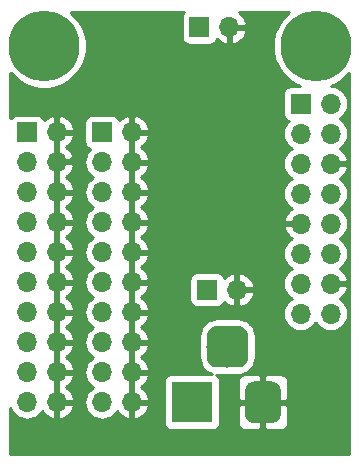
<source format=gbr>
G04 #@! TF.GenerationSoftware,KiCad,Pcbnew,(5.1.0)-1*
G04 #@! TF.CreationDate,2019-05-06T16:05:47+08:00*
G04 #@! TF.ProjectId,rpi0_extern_board,72706930-5f65-4787-9465-726e5f626f61,rev?*
G04 #@! TF.SameCoordinates,Original*
G04 #@! TF.FileFunction,Copper,L2,Bot*
G04 #@! TF.FilePolarity,Positive*
%FSLAX46Y46*%
G04 Gerber Fmt 4.6, Leading zero omitted, Abs format (unit mm)*
G04 Created by KiCad (PCBNEW (5.1.0)-1) date 2019-05-06 16:05:47*
%MOMM*%
%LPD*%
G04 APERTURE LIST*
%ADD10C,0.100000*%
%ADD11C,3.500000*%
%ADD12C,3.000000*%
%ADD13R,3.500000X3.500000*%
%ADD14O,1.700000X1.700000*%
%ADD15R,1.700000X1.700000*%
%ADD16C,6.000000*%
%ADD17C,0.800000*%
%ADD18C,0.508000*%
%ADD19C,0.254000*%
G04 APERTURE END LIST*
D10*
G36*
X115720765Y-78009213D02*
G01*
X115805704Y-78021813D01*
X115888999Y-78042677D01*
X115969848Y-78071605D01*
X116047472Y-78108319D01*
X116121124Y-78152464D01*
X116190094Y-78203616D01*
X116253718Y-78261282D01*
X116311384Y-78324906D01*
X116362536Y-78393876D01*
X116406681Y-78467528D01*
X116443395Y-78545152D01*
X116472323Y-78626001D01*
X116493187Y-78709296D01*
X116505787Y-78794235D01*
X116510000Y-78880000D01*
X116510000Y-80630000D01*
X116505787Y-80715765D01*
X116493187Y-80800704D01*
X116472323Y-80883999D01*
X116443395Y-80964848D01*
X116406681Y-81042472D01*
X116362536Y-81116124D01*
X116311384Y-81185094D01*
X116253718Y-81248718D01*
X116190094Y-81306384D01*
X116121124Y-81357536D01*
X116047472Y-81401681D01*
X115969848Y-81438395D01*
X115888999Y-81467323D01*
X115805704Y-81488187D01*
X115720765Y-81500787D01*
X115635000Y-81505000D01*
X113885000Y-81505000D01*
X113799235Y-81500787D01*
X113714296Y-81488187D01*
X113631001Y-81467323D01*
X113550152Y-81438395D01*
X113472528Y-81401681D01*
X113398876Y-81357536D01*
X113329906Y-81306384D01*
X113266282Y-81248718D01*
X113208616Y-81185094D01*
X113157464Y-81116124D01*
X113113319Y-81042472D01*
X113076605Y-80964848D01*
X113047677Y-80883999D01*
X113026813Y-80800704D01*
X113014213Y-80715765D01*
X113010000Y-80630000D01*
X113010000Y-78880000D01*
X113014213Y-78794235D01*
X113026813Y-78709296D01*
X113047677Y-78626001D01*
X113076605Y-78545152D01*
X113113319Y-78467528D01*
X113157464Y-78393876D01*
X113208616Y-78324906D01*
X113266282Y-78261282D01*
X113329906Y-78203616D01*
X113398876Y-78152464D01*
X113472528Y-78108319D01*
X113550152Y-78071605D01*
X113631001Y-78042677D01*
X113714296Y-78021813D01*
X113799235Y-78009213D01*
X113885000Y-78005000D01*
X115635000Y-78005000D01*
X115720765Y-78009213D01*
X115720765Y-78009213D01*
G37*
D11*
X114760000Y-79755000D03*
D10*
G36*
X118583513Y-82708611D02*
G01*
X118656318Y-82719411D01*
X118727714Y-82737295D01*
X118797013Y-82762090D01*
X118863548Y-82793559D01*
X118926678Y-82831398D01*
X118985795Y-82875242D01*
X119040330Y-82924670D01*
X119089758Y-82979205D01*
X119133602Y-83038322D01*
X119171441Y-83101452D01*
X119202910Y-83167987D01*
X119227705Y-83237286D01*
X119245589Y-83308682D01*
X119256389Y-83381487D01*
X119260000Y-83455000D01*
X119260000Y-85455000D01*
X119256389Y-85528513D01*
X119245589Y-85601318D01*
X119227705Y-85672714D01*
X119202910Y-85742013D01*
X119171441Y-85808548D01*
X119133602Y-85871678D01*
X119089758Y-85930795D01*
X119040330Y-85985330D01*
X118985795Y-86034758D01*
X118926678Y-86078602D01*
X118863548Y-86116441D01*
X118797013Y-86147910D01*
X118727714Y-86172705D01*
X118656318Y-86190589D01*
X118583513Y-86201389D01*
X118510000Y-86205000D01*
X117010000Y-86205000D01*
X116936487Y-86201389D01*
X116863682Y-86190589D01*
X116792286Y-86172705D01*
X116722987Y-86147910D01*
X116656452Y-86116441D01*
X116593322Y-86078602D01*
X116534205Y-86034758D01*
X116479670Y-85985330D01*
X116430242Y-85930795D01*
X116386398Y-85871678D01*
X116348559Y-85808548D01*
X116317090Y-85742013D01*
X116292295Y-85672714D01*
X116274411Y-85601318D01*
X116263611Y-85528513D01*
X116260000Y-85455000D01*
X116260000Y-83455000D01*
X116263611Y-83381487D01*
X116274411Y-83308682D01*
X116292295Y-83237286D01*
X116317090Y-83167987D01*
X116348559Y-83101452D01*
X116386398Y-83038322D01*
X116430242Y-82979205D01*
X116479670Y-82924670D01*
X116534205Y-82875242D01*
X116593322Y-82831398D01*
X116656452Y-82793559D01*
X116722987Y-82762090D01*
X116792286Y-82737295D01*
X116863682Y-82719411D01*
X116936487Y-82708611D01*
X117010000Y-82705000D01*
X118510000Y-82705000D01*
X118583513Y-82708611D01*
X118583513Y-82708611D01*
G37*
D12*
X117760000Y-84455000D03*
D13*
X111760000Y-84455000D03*
D14*
X106680000Y-84455000D03*
X104140000Y-84455000D03*
X106680000Y-81915000D03*
X104140000Y-81915000D03*
X106680000Y-79375000D03*
X104140000Y-79375000D03*
X106680000Y-76835000D03*
X104140000Y-76835000D03*
X106680000Y-74295000D03*
X104140000Y-74295000D03*
X106680000Y-71755000D03*
X104140000Y-71755000D03*
X106680000Y-69215000D03*
X104140000Y-69215000D03*
X106680000Y-66675000D03*
X104140000Y-66675000D03*
X106680000Y-64135000D03*
X104140000Y-64135000D03*
X106680000Y-61595000D03*
D15*
X104140000Y-61595000D03*
D14*
X100330000Y-84455000D03*
X97790000Y-84455000D03*
X100330000Y-81915000D03*
X97790000Y-81915000D03*
X100330000Y-79375000D03*
X97790000Y-79375000D03*
X100330000Y-76835000D03*
X97790000Y-76835000D03*
X100330000Y-74295000D03*
X97790000Y-74295000D03*
X100330000Y-71755000D03*
X97790000Y-71755000D03*
X100330000Y-69215000D03*
X97790000Y-69215000D03*
X100330000Y-66675000D03*
X97790000Y-66675000D03*
X100330000Y-64135000D03*
X97790000Y-64135000D03*
X100330000Y-61595000D03*
D15*
X97790000Y-61595000D03*
D14*
X123500000Y-76950000D03*
X120960000Y-76950000D03*
X123500000Y-74410000D03*
X120960000Y-74410000D03*
X123500000Y-71870000D03*
X120960000Y-71870000D03*
X123500000Y-69330000D03*
X120960000Y-69330000D03*
X123500000Y-66790000D03*
X120960000Y-66790000D03*
X123500000Y-64250000D03*
X120960000Y-64250000D03*
X123500000Y-61710000D03*
X120960000Y-61710000D03*
X123500000Y-59170000D03*
D15*
X120960000Y-59170000D03*
X112395000Y-52705000D03*
D14*
X114935000Y-52705000D03*
D15*
X113030000Y-74930000D03*
D14*
X115570000Y-74930000D03*
D16*
X99230000Y-54300000D03*
X122230000Y-54300000D03*
D17*
X118110000Y-63500000D03*
D18*
X100330000Y-64135000D02*
X101532081Y-64135000D01*
X101532081Y-64135000D02*
X101858540Y-63808541D01*
D19*
G36*
X111014463Y-51500506D02*
G01*
X110955498Y-51610820D01*
X110919188Y-51730518D01*
X110906928Y-51855000D01*
X110906928Y-53555000D01*
X110919188Y-53679482D01*
X110955498Y-53799180D01*
X111014463Y-53909494D01*
X111093815Y-54006185D01*
X111190506Y-54085537D01*
X111300820Y-54144502D01*
X111420518Y-54180812D01*
X111545000Y-54193072D01*
X113245000Y-54193072D01*
X113369482Y-54180812D01*
X113489180Y-54144502D01*
X113599494Y-54085537D01*
X113696185Y-54006185D01*
X113775537Y-53909494D01*
X113834502Y-53799180D01*
X113858966Y-53718534D01*
X113934731Y-53802588D01*
X114168080Y-53976641D01*
X114430901Y-54101825D01*
X114578110Y-54146476D01*
X114808000Y-54025155D01*
X114808000Y-52832000D01*
X115062000Y-52832000D01*
X115062000Y-54025155D01*
X115291890Y-54146476D01*
X115439099Y-54101825D01*
X115701920Y-53976641D01*
X115935269Y-53802588D01*
X116130178Y-53586355D01*
X116279157Y-53336252D01*
X116376481Y-53061891D01*
X116255814Y-52832000D01*
X115062000Y-52832000D01*
X114808000Y-52832000D01*
X114788000Y-52832000D01*
X114788000Y-52578000D01*
X114808000Y-52578000D01*
X114808000Y-52558000D01*
X115062000Y-52558000D01*
X115062000Y-52578000D01*
X116255814Y-52578000D01*
X116376481Y-52348109D01*
X116279157Y-52073748D01*
X116130178Y-51823645D01*
X115935269Y-51607412D01*
X115737637Y-51460000D01*
X119937533Y-51460000D01*
X119912823Y-51476511D01*
X119406511Y-51982823D01*
X119008705Y-52578182D01*
X118734691Y-53239710D01*
X118595000Y-53941984D01*
X118595000Y-54658016D01*
X118734691Y-55360290D01*
X119008705Y-56021818D01*
X119406511Y-56617177D01*
X119912823Y-57123489D01*
X120508182Y-57521295D01*
X120895984Y-57681928D01*
X120110000Y-57681928D01*
X119985518Y-57694188D01*
X119865820Y-57730498D01*
X119755506Y-57789463D01*
X119658815Y-57868815D01*
X119579463Y-57965506D01*
X119520498Y-58075820D01*
X119484188Y-58195518D01*
X119471928Y-58320000D01*
X119471928Y-60020000D01*
X119484188Y-60144482D01*
X119520498Y-60264180D01*
X119579463Y-60374494D01*
X119658815Y-60471185D01*
X119755506Y-60550537D01*
X119865820Y-60609502D01*
X119934687Y-60630393D01*
X119904866Y-60654866D01*
X119719294Y-60880986D01*
X119581401Y-61138966D01*
X119496487Y-61418889D01*
X119467815Y-61710000D01*
X119496487Y-62001111D01*
X119581401Y-62281034D01*
X119719294Y-62539014D01*
X119904866Y-62765134D01*
X120130986Y-62950706D01*
X120185791Y-62980000D01*
X120130986Y-63009294D01*
X119904866Y-63194866D01*
X119719294Y-63420986D01*
X119581401Y-63678966D01*
X119496487Y-63958889D01*
X119467815Y-64250000D01*
X119496487Y-64541111D01*
X119581401Y-64821034D01*
X119719294Y-65079014D01*
X119904866Y-65305134D01*
X120130986Y-65490706D01*
X120185791Y-65520000D01*
X120130986Y-65549294D01*
X119904866Y-65734866D01*
X119719294Y-65960986D01*
X119581401Y-66218966D01*
X119496487Y-66498889D01*
X119467815Y-66790000D01*
X119496487Y-67081111D01*
X119581401Y-67361034D01*
X119719294Y-67619014D01*
X119904866Y-67845134D01*
X120130986Y-68030706D01*
X120195523Y-68065201D01*
X120078645Y-68134822D01*
X119862412Y-68329731D01*
X119688359Y-68563080D01*
X119563175Y-68825901D01*
X119518524Y-68973110D01*
X119639845Y-69203000D01*
X120833000Y-69203000D01*
X120833000Y-69183000D01*
X121087000Y-69183000D01*
X121087000Y-69203000D01*
X121107000Y-69203000D01*
X121107000Y-69457000D01*
X121087000Y-69457000D01*
X121087000Y-69477000D01*
X120833000Y-69477000D01*
X120833000Y-69457000D01*
X119639845Y-69457000D01*
X119518524Y-69686890D01*
X119563175Y-69834099D01*
X119688359Y-70096920D01*
X119862412Y-70330269D01*
X120078645Y-70525178D01*
X120195523Y-70594799D01*
X120130986Y-70629294D01*
X119904866Y-70814866D01*
X119719294Y-71040986D01*
X119581401Y-71298966D01*
X119496487Y-71578889D01*
X119467815Y-71870000D01*
X119496487Y-72161111D01*
X119581401Y-72441034D01*
X119719294Y-72699014D01*
X119904866Y-72925134D01*
X120130986Y-73110706D01*
X120185791Y-73140000D01*
X120130986Y-73169294D01*
X119904866Y-73354866D01*
X119719294Y-73580986D01*
X119581401Y-73838966D01*
X119496487Y-74118889D01*
X119467815Y-74410000D01*
X119496487Y-74701111D01*
X119581401Y-74981034D01*
X119719294Y-75239014D01*
X119904866Y-75465134D01*
X120130986Y-75650706D01*
X120185791Y-75680000D01*
X120130986Y-75709294D01*
X119904866Y-75894866D01*
X119719294Y-76120986D01*
X119581401Y-76378966D01*
X119496487Y-76658889D01*
X119467815Y-76950000D01*
X119496487Y-77241111D01*
X119581401Y-77521034D01*
X119719294Y-77779014D01*
X119904866Y-78005134D01*
X120130986Y-78190706D01*
X120388966Y-78328599D01*
X120668889Y-78413513D01*
X120887050Y-78435000D01*
X121032950Y-78435000D01*
X121251111Y-78413513D01*
X121531034Y-78328599D01*
X121789014Y-78190706D01*
X122015134Y-78005134D01*
X122200706Y-77779014D01*
X122230000Y-77724209D01*
X122259294Y-77779014D01*
X122444866Y-78005134D01*
X122670986Y-78190706D01*
X122928966Y-78328599D01*
X123208889Y-78413513D01*
X123427050Y-78435000D01*
X123572950Y-78435000D01*
X123791111Y-78413513D01*
X124071034Y-78328599D01*
X124329014Y-78190706D01*
X124555134Y-78005134D01*
X124740706Y-77779014D01*
X124878599Y-77521034D01*
X124963513Y-77241111D01*
X124992185Y-76950000D01*
X124963513Y-76658889D01*
X124878599Y-76378966D01*
X124740706Y-76120986D01*
X124555134Y-75894866D01*
X124329014Y-75709294D01*
X124264477Y-75674799D01*
X124381355Y-75605178D01*
X124597588Y-75410269D01*
X124771641Y-75176920D01*
X124896825Y-74914099D01*
X124941476Y-74766890D01*
X124820155Y-74537000D01*
X123627000Y-74537000D01*
X123627000Y-74557000D01*
X123373000Y-74557000D01*
X123373000Y-74537000D01*
X123353000Y-74537000D01*
X123353000Y-74283000D01*
X123373000Y-74283000D01*
X123373000Y-74263000D01*
X123627000Y-74263000D01*
X123627000Y-74283000D01*
X124820155Y-74283000D01*
X124941476Y-74053110D01*
X124896825Y-73905901D01*
X124771641Y-73643080D01*
X124597588Y-73409731D01*
X124381355Y-73214822D01*
X124264477Y-73145201D01*
X124329014Y-73110706D01*
X124555134Y-72925134D01*
X124740706Y-72699014D01*
X124878599Y-72441034D01*
X124963513Y-72161111D01*
X124992185Y-71870000D01*
X124963513Y-71578889D01*
X124878599Y-71298966D01*
X124740706Y-71040986D01*
X124555134Y-70814866D01*
X124329014Y-70629294D01*
X124274209Y-70600000D01*
X124329014Y-70570706D01*
X124555134Y-70385134D01*
X124740706Y-70159014D01*
X124878599Y-69901034D01*
X124963513Y-69621111D01*
X124992185Y-69330000D01*
X124963513Y-69038889D01*
X124878599Y-68758966D01*
X124740706Y-68500986D01*
X124555134Y-68274866D01*
X124329014Y-68089294D01*
X124274209Y-68060000D01*
X124329014Y-68030706D01*
X124555134Y-67845134D01*
X124740706Y-67619014D01*
X124878599Y-67361034D01*
X124963513Y-67081111D01*
X124992185Y-66790000D01*
X124963513Y-66498889D01*
X124878599Y-66218966D01*
X124740706Y-65960986D01*
X124555134Y-65734866D01*
X124329014Y-65549294D01*
X124264477Y-65514799D01*
X124381355Y-65445178D01*
X124597588Y-65250269D01*
X124771641Y-65016920D01*
X124896825Y-64754099D01*
X124941476Y-64606890D01*
X124820155Y-64377000D01*
X123627000Y-64377000D01*
X123627000Y-64397000D01*
X123373000Y-64397000D01*
X123373000Y-64377000D01*
X123353000Y-64377000D01*
X123353000Y-64123000D01*
X123373000Y-64123000D01*
X123373000Y-64103000D01*
X123627000Y-64103000D01*
X123627000Y-64123000D01*
X124820155Y-64123000D01*
X124941476Y-63893110D01*
X124896825Y-63745901D01*
X124771641Y-63483080D01*
X124597588Y-63249731D01*
X124381355Y-63054822D01*
X124264477Y-62985201D01*
X124329014Y-62950706D01*
X124555134Y-62765134D01*
X124740706Y-62539014D01*
X124878599Y-62281034D01*
X124963513Y-62001111D01*
X124992185Y-61710000D01*
X124963513Y-61418889D01*
X124878599Y-61138966D01*
X124740706Y-60880986D01*
X124555134Y-60654866D01*
X124329014Y-60469294D01*
X124274209Y-60440000D01*
X124329014Y-60410706D01*
X124555134Y-60225134D01*
X124740706Y-59999014D01*
X124878599Y-59741034D01*
X124963513Y-59461111D01*
X124992185Y-59170000D01*
X124963513Y-58878889D01*
X124878599Y-58598966D01*
X124740706Y-58340986D01*
X124555134Y-58114866D01*
X124329014Y-57929294D01*
X124071034Y-57791401D01*
X123791111Y-57706487D01*
X123572950Y-57685000D01*
X123556599Y-57685000D01*
X123951818Y-57521295D01*
X124547177Y-57123489D01*
X125053489Y-56617177D01*
X125070001Y-56592465D01*
X125070000Y-87027418D01*
X125070001Y-87027428D01*
X125070000Y-88875000D01*
X96390000Y-88875000D01*
X96390000Y-84955485D01*
X96411401Y-85026034D01*
X96549294Y-85284014D01*
X96734866Y-85510134D01*
X96960986Y-85695706D01*
X97218966Y-85833599D01*
X97498889Y-85918513D01*
X97717050Y-85940000D01*
X97862950Y-85940000D01*
X98081111Y-85918513D01*
X98361034Y-85833599D01*
X98619014Y-85695706D01*
X98845134Y-85510134D01*
X99030706Y-85284014D01*
X99061584Y-85226244D01*
X99232412Y-85455269D01*
X99448645Y-85650178D01*
X99698748Y-85799157D01*
X99973109Y-85896481D01*
X100203000Y-85775814D01*
X100203000Y-84582000D01*
X100457000Y-84582000D01*
X100457000Y-85775814D01*
X100686891Y-85896481D01*
X100961252Y-85799157D01*
X101211355Y-85650178D01*
X101427588Y-85455269D01*
X101601641Y-85221920D01*
X101726825Y-84959099D01*
X101771476Y-84811890D01*
X101650155Y-84582000D01*
X100457000Y-84582000D01*
X100203000Y-84582000D01*
X100183000Y-84582000D01*
X100183000Y-84328000D01*
X100203000Y-84328000D01*
X100203000Y-82042000D01*
X100457000Y-82042000D01*
X100457000Y-84328000D01*
X101650155Y-84328000D01*
X101771476Y-84098110D01*
X101726825Y-83950901D01*
X101601641Y-83688080D01*
X101427588Y-83454731D01*
X101211355Y-83259822D01*
X101085745Y-83185000D01*
X101211355Y-83110178D01*
X101427588Y-82915269D01*
X101601641Y-82681920D01*
X101726825Y-82419099D01*
X101771476Y-82271890D01*
X101650155Y-82042000D01*
X100457000Y-82042000D01*
X100203000Y-82042000D01*
X100183000Y-82042000D01*
X100183000Y-81788000D01*
X100203000Y-81788000D01*
X100203000Y-79502000D01*
X100457000Y-79502000D01*
X100457000Y-81788000D01*
X101650155Y-81788000D01*
X101771476Y-81558110D01*
X101726825Y-81410901D01*
X101601641Y-81148080D01*
X101427588Y-80914731D01*
X101211355Y-80719822D01*
X101085745Y-80645000D01*
X101211355Y-80570178D01*
X101427588Y-80375269D01*
X101601641Y-80141920D01*
X101726825Y-79879099D01*
X101771476Y-79731890D01*
X101650155Y-79502000D01*
X100457000Y-79502000D01*
X100203000Y-79502000D01*
X100183000Y-79502000D01*
X100183000Y-79248000D01*
X100203000Y-79248000D01*
X100203000Y-76962000D01*
X100457000Y-76962000D01*
X100457000Y-79248000D01*
X101650155Y-79248000D01*
X101771476Y-79018110D01*
X101726825Y-78870901D01*
X101601641Y-78608080D01*
X101427588Y-78374731D01*
X101211355Y-78179822D01*
X101085745Y-78105000D01*
X101211355Y-78030178D01*
X101427588Y-77835269D01*
X101601641Y-77601920D01*
X101726825Y-77339099D01*
X101771476Y-77191890D01*
X101650155Y-76962000D01*
X100457000Y-76962000D01*
X100203000Y-76962000D01*
X100183000Y-76962000D01*
X100183000Y-76708000D01*
X100203000Y-76708000D01*
X100203000Y-74422000D01*
X100457000Y-74422000D01*
X100457000Y-76708000D01*
X101650155Y-76708000D01*
X101771476Y-76478110D01*
X101726825Y-76330901D01*
X101601641Y-76068080D01*
X101427588Y-75834731D01*
X101211355Y-75639822D01*
X101085745Y-75565000D01*
X101211355Y-75490178D01*
X101427588Y-75295269D01*
X101601641Y-75061920D01*
X101726825Y-74799099D01*
X101771476Y-74651890D01*
X101650155Y-74422000D01*
X100457000Y-74422000D01*
X100203000Y-74422000D01*
X100183000Y-74422000D01*
X100183000Y-74168000D01*
X100203000Y-74168000D01*
X100203000Y-71882000D01*
X100457000Y-71882000D01*
X100457000Y-74168000D01*
X101650155Y-74168000D01*
X101771476Y-73938110D01*
X101726825Y-73790901D01*
X101601641Y-73528080D01*
X101427588Y-73294731D01*
X101211355Y-73099822D01*
X101085745Y-73025000D01*
X101211355Y-72950178D01*
X101427588Y-72755269D01*
X101601641Y-72521920D01*
X101726825Y-72259099D01*
X101771476Y-72111890D01*
X101650155Y-71882000D01*
X100457000Y-71882000D01*
X100203000Y-71882000D01*
X100183000Y-71882000D01*
X100183000Y-71628000D01*
X100203000Y-71628000D01*
X100203000Y-69342000D01*
X100457000Y-69342000D01*
X100457000Y-71628000D01*
X101650155Y-71628000D01*
X101771476Y-71398110D01*
X101726825Y-71250901D01*
X101601641Y-70988080D01*
X101427588Y-70754731D01*
X101211355Y-70559822D01*
X101085745Y-70485000D01*
X101211355Y-70410178D01*
X101427588Y-70215269D01*
X101601641Y-69981920D01*
X101726825Y-69719099D01*
X101771476Y-69571890D01*
X101650155Y-69342000D01*
X100457000Y-69342000D01*
X100203000Y-69342000D01*
X100183000Y-69342000D01*
X100183000Y-69088000D01*
X100203000Y-69088000D01*
X100203000Y-66802000D01*
X100457000Y-66802000D01*
X100457000Y-69088000D01*
X101650155Y-69088000D01*
X101771476Y-68858110D01*
X101726825Y-68710901D01*
X101601641Y-68448080D01*
X101427588Y-68214731D01*
X101211355Y-68019822D01*
X101085745Y-67945000D01*
X101211355Y-67870178D01*
X101427588Y-67675269D01*
X101601641Y-67441920D01*
X101726825Y-67179099D01*
X101771476Y-67031890D01*
X101650155Y-66802000D01*
X100457000Y-66802000D01*
X100203000Y-66802000D01*
X100183000Y-66802000D01*
X100183000Y-66548000D01*
X100203000Y-66548000D01*
X100203000Y-64262000D01*
X100183000Y-64262000D01*
X100183000Y-64008000D01*
X100203000Y-64008000D01*
X100203000Y-61722000D01*
X100457000Y-61722000D01*
X100457000Y-64008000D01*
X100477000Y-64008000D01*
X100477000Y-64262000D01*
X100457000Y-64262000D01*
X100457000Y-66548000D01*
X101650155Y-66548000D01*
X101771476Y-66318110D01*
X101726825Y-66170901D01*
X101601641Y-65908080D01*
X101427588Y-65674731D01*
X101211355Y-65479822D01*
X101085745Y-65405000D01*
X101211355Y-65330178D01*
X101427588Y-65135269D01*
X101601641Y-64901920D01*
X101726825Y-64639099D01*
X101771476Y-64491890D01*
X101650156Y-64262002D01*
X101815000Y-64262002D01*
X101815000Y-64135000D01*
X102647815Y-64135000D01*
X102676487Y-64426111D01*
X102761401Y-64706034D01*
X102899294Y-64964014D01*
X103084866Y-65190134D01*
X103310986Y-65375706D01*
X103365791Y-65405000D01*
X103310986Y-65434294D01*
X103084866Y-65619866D01*
X102899294Y-65845986D01*
X102761401Y-66103966D01*
X102676487Y-66383889D01*
X102647815Y-66675000D01*
X102676487Y-66966111D01*
X102761401Y-67246034D01*
X102899294Y-67504014D01*
X103084866Y-67730134D01*
X103310986Y-67915706D01*
X103365791Y-67945000D01*
X103310986Y-67974294D01*
X103084866Y-68159866D01*
X102899294Y-68385986D01*
X102761401Y-68643966D01*
X102676487Y-68923889D01*
X102647815Y-69215000D01*
X102676487Y-69506111D01*
X102761401Y-69786034D01*
X102899294Y-70044014D01*
X103084866Y-70270134D01*
X103310986Y-70455706D01*
X103365791Y-70485000D01*
X103310986Y-70514294D01*
X103084866Y-70699866D01*
X102899294Y-70925986D01*
X102761401Y-71183966D01*
X102676487Y-71463889D01*
X102647815Y-71755000D01*
X102676487Y-72046111D01*
X102761401Y-72326034D01*
X102899294Y-72584014D01*
X103084866Y-72810134D01*
X103310986Y-72995706D01*
X103365791Y-73025000D01*
X103310986Y-73054294D01*
X103084866Y-73239866D01*
X102899294Y-73465986D01*
X102761401Y-73723966D01*
X102676487Y-74003889D01*
X102647815Y-74295000D01*
X102676487Y-74586111D01*
X102761401Y-74866034D01*
X102899294Y-75124014D01*
X103084866Y-75350134D01*
X103310986Y-75535706D01*
X103365791Y-75565000D01*
X103310986Y-75594294D01*
X103084866Y-75779866D01*
X102899294Y-76005986D01*
X102761401Y-76263966D01*
X102676487Y-76543889D01*
X102647815Y-76835000D01*
X102676487Y-77126111D01*
X102761401Y-77406034D01*
X102899294Y-77664014D01*
X103084866Y-77890134D01*
X103310986Y-78075706D01*
X103365791Y-78105000D01*
X103310986Y-78134294D01*
X103084866Y-78319866D01*
X102899294Y-78545986D01*
X102761401Y-78803966D01*
X102676487Y-79083889D01*
X102647815Y-79375000D01*
X102676487Y-79666111D01*
X102761401Y-79946034D01*
X102899294Y-80204014D01*
X103084866Y-80430134D01*
X103310986Y-80615706D01*
X103365791Y-80645000D01*
X103310986Y-80674294D01*
X103084866Y-80859866D01*
X102899294Y-81085986D01*
X102761401Y-81343966D01*
X102676487Y-81623889D01*
X102647815Y-81915000D01*
X102676487Y-82206111D01*
X102761401Y-82486034D01*
X102899294Y-82744014D01*
X103084866Y-82970134D01*
X103310986Y-83155706D01*
X103365791Y-83185000D01*
X103310986Y-83214294D01*
X103084866Y-83399866D01*
X102899294Y-83625986D01*
X102761401Y-83883966D01*
X102676487Y-84163889D01*
X102647815Y-84455000D01*
X102676487Y-84746111D01*
X102761401Y-85026034D01*
X102899294Y-85284014D01*
X103084866Y-85510134D01*
X103310986Y-85695706D01*
X103568966Y-85833599D01*
X103848889Y-85918513D01*
X104067050Y-85940000D01*
X104212950Y-85940000D01*
X104431111Y-85918513D01*
X104711034Y-85833599D01*
X104969014Y-85695706D01*
X105195134Y-85510134D01*
X105380706Y-85284014D01*
X105411584Y-85226244D01*
X105582412Y-85455269D01*
X105798645Y-85650178D01*
X106048748Y-85799157D01*
X106323109Y-85896481D01*
X106553000Y-85775814D01*
X106553000Y-84582000D01*
X106807000Y-84582000D01*
X106807000Y-85775814D01*
X107036891Y-85896481D01*
X107311252Y-85799157D01*
X107561355Y-85650178D01*
X107777588Y-85455269D01*
X107951641Y-85221920D01*
X108076825Y-84959099D01*
X108121476Y-84811890D01*
X108000155Y-84582000D01*
X106807000Y-84582000D01*
X106553000Y-84582000D01*
X106533000Y-84582000D01*
X106533000Y-84328000D01*
X106553000Y-84328000D01*
X106553000Y-82042000D01*
X106807000Y-82042000D01*
X106807000Y-84328000D01*
X108000155Y-84328000D01*
X108121476Y-84098110D01*
X108076825Y-83950901D01*
X107951641Y-83688080D01*
X107777588Y-83454731D01*
X107561355Y-83259822D01*
X107435745Y-83185000D01*
X107561355Y-83110178D01*
X107777588Y-82915269D01*
X107934425Y-82705000D01*
X109371928Y-82705000D01*
X109371928Y-86205000D01*
X109384188Y-86329482D01*
X109420498Y-86449180D01*
X109479463Y-86559494D01*
X109558815Y-86656185D01*
X109655506Y-86735537D01*
X109765820Y-86794502D01*
X109885518Y-86830812D01*
X110010000Y-86843072D01*
X113510000Y-86843072D01*
X113634482Y-86830812D01*
X113754180Y-86794502D01*
X113864494Y-86735537D01*
X113961185Y-86656185D01*
X114040537Y-86559494D01*
X114099502Y-86449180D01*
X114135812Y-86329482D01*
X114148072Y-86205000D01*
X115621928Y-86205000D01*
X115634188Y-86329482D01*
X115670498Y-86449180D01*
X115729463Y-86559494D01*
X115808815Y-86656185D01*
X115905506Y-86735537D01*
X116015820Y-86794502D01*
X116135518Y-86830812D01*
X116260000Y-86843072D01*
X117474250Y-86840000D01*
X117633000Y-86681250D01*
X117633000Y-84582000D01*
X117887000Y-84582000D01*
X117887000Y-86681250D01*
X118045750Y-86840000D01*
X119260000Y-86843072D01*
X119384482Y-86830812D01*
X119504180Y-86794502D01*
X119614494Y-86735537D01*
X119711185Y-86656185D01*
X119790537Y-86559494D01*
X119849502Y-86449180D01*
X119885812Y-86329482D01*
X119898072Y-86205000D01*
X119895000Y-84740750D01*
X119736250Y-84582000D01*
X117887000Y-84582000D01*
X117633000Y-84582000D01*
X115783750Y-84582000D01*
X115625000Y-84740750D01*
X115621928Y-86205000D01*
X114148072Y-86205000D01*
X114148072Y-82705000D01*
X115621928Y-82705000D01*
X115625000Y-84169250D01*
X115783750Y-84328000D01*
X117633000Y-84328000D01*
X117633000Y-82228750D01*
X117887000Y-82228750D01*
X117887000Y-84328000D01*
X119736250Y-84328000D01*
X119895000Y-84169250D01*
X119898072Y-82705000D01*
X119885812Y-82580518D01*
X119849502Y-82460820D01*
X119790537Y-82350506D01*
X119711185Y-82253815D01*
X119614494Y-82174463D01*
X119504180Y-82115498D01*
X119384482Y-82079188D01*
X119260000Y-82066928D01*
X118045750Y-82070000D01*
X117887000Y-82228750D01*
X117633000Y-82228750D01*
X117474250Y-82070000D01*
X116260000Y-82066928D01*
X116135518Y-82079188D01*
X116015820Y-82115498D01*
X115905506Y-82174463D01*
X115808815Y-82253815D01*
X115729463Y-82350506D01*
X115670498Y-82460820D01*
X115634188Y-82580518D01*
X115621928Y-82705000D01*
X114148072Y-82705000D01*
X114135812Y-82580518D01*
X114099502Y-82460820D01*
X114040537Y-82350506D01*
X113961185Y-82253815D01*
X113864494Y-82174463D01*
X113787869Y-82133506D01*
X113885000Y-82143072D01*
X115635000Y-82143072D01*
X115930186Y-82113999D01*
X116214028Y-82027896D01*
X116475618Y-81888073D01*
X116704903Y-81699903D01*
X116893073Y-81470618D01*
X117032896Y-81209028D01*
X117118999Y-80925186D01*
X117148072Y-80630000D01*
X117148072Y-78880000D01*
X117118999Y-78584814D01*
X117032896Y-78300972D01*
X116893073Y-78039382D01*
X116704903Y-77810097D01*
X116475618Y-77621927D01*
X116214028Y-77482104D01*
X115930186Y-77396001D01*
X115635000Y-77366928D01*
X113885000Y-77366928D01*
X113589814Y-77396001D01*
X113305972Y-77482104D01*
X113044382Y-77621927D01*
X112815097Y-77810097D01*
X112626927Y-78039382D01*
X112487104Y-78300972D01*
X112401001Y-78584814D01*
X112371928Y-78880000D01*
X112371928Y-80630000D01*
X112401001Y-80925186D01*
X112487104Y-81209028D01*
X112626927Y-81470618D01*
X112815097Y-81699903D01*
X113044382Y-81888073D01*
X113305972Y-82027896D01*
X113434643Y-82066928D01*
X110010000Y-82066928D01*
X109885518Y-82079188D01*
X109765820Y-82115498D01*
X109655506Y-82174463D01*
X109558815Y-82253815D01*
X109479463Y-82350506D01*
X109420498Y-82460820D01*
X109384188Y-82580518D01*
X109371928Y-82705000D01*
X107934425Y-82705000D01*
X107951641Y-82681920D01*
X108076825Y-82419099D01*
X108121476Y-82271890D01*
X108000155Y-82042000D01*
X106807000Y-82042000D01*
X106553000Y-82042000D01*
X106533000Y-82042000D01*
X106533000Y-81788000D01*
X106553000Y-81788000D01*
X106553000Y-79502000D01*
X106807000Y-79502000D01*
X106807000Y-81788000D01*
X108000155Y-81788000D01*
X108121476Y-81558110D01*
X108076825Y-81410901D01*
X107951641Y-81148080D01*
X107777588Y-80914731D01*
X107561355Y-80719822D01*
X107435745Y-80645000D01*
X107561355Y-80570178D01*
X107777588Y-80375269D01*
X107951641Y-80141920D01*
X108076825Y-79879099D01*
X108121476Y-79731890D01*
X108000155Y-79502000D01*
X106807000Y-79502000D01*
X106553000Y-79502000D01*
X106533000Y-79502000D01*
X106533000Y-79248000D01*
X106553000Y-79248000D01*
X106553000Y-76962000D01*
X106807000Y-76962000D01*
X106807000Y-79248000D01*
X108000155Y-79248000D01*
X108121476Y-79018110D01*
X108076825Y-78870901D01*
X107951641Y-78608080D01*
X107777588Y-78374731D01*
X107561355Y-78179822D01*
X107435745Y-78105000D01*
X107561355Y-78030178D01*
X107777588Y-77835269D01*
X107951641Y-77601920D01*
X108076825Y-77339099D01*
X108121476Y-77191890D01*
X108000155Y-76962000D01*
X106807000Y-76962000D01*
X106553000Y-76962000D01*
X106533000Y-76962000D01*
X106533000Y-76708000D01*
X106553000Y-76708000D01*
X106553000Y-74422000D01*
X106807000Y-74422000D01*
X106807000Y-76708000D01*
X108000155Y-76708000D01*
X108121476Y-76478110D01*
X108076825Y-76330901D01*
X107951641Y-76068080D01*
X107777588Y-75834731D01*
X107561355Y-75639822D01*
X107435745Y-75565000D01*
X107561355Y-75490178D01*
X107777588Y-75295269D01*
X107951641Y-75061920D01*
X108076825Y-74799099D01*
X108121476Y-74651890D01*
X108000155Y-74422000D01*
X106807000Y-74422000D01*
X106553000Y-74422000D01*
X106533000Y-74422000D01*
X106533000Y-74168000D01*
X106553000Y-74168000D01*
X106553000Y-71882000D01*
X106807000Y-71882000D01*
X106807000Y-74168000D01*
X108000155Y-74168000D01*
X108046595Y-74080000D01*
X111541928Y-74080000D01*
X111541928Y-75780000D01*
X111554188Y-75904482D01*
X111590498Y-76024180D01*
X111649463Y-76134494D01*
X111728815Y-76231185D01*
X111825506Y-76310537D01*
X111935820Y-76369502D01*
X112055518Y-76405812D01*
X112180000Y-76418072D01*
X113880000Y-76418072D01*
X114004482Y-76405812D01*
X114124180Y-76369502D01*
X114234494Y-76310537D01*
X114331185Y-76231185D01*
X114410537Y-76134494D01*
X114469502Y-76024180D01*
X114493966Y-75943534D01*
X114569731Y-76027588D01*
X114803080Y-76201641D01*
X115065901Y-76326825D01*
X115213110Y-76371476D01*
X115443000Y-76250155D01*
X115443000Y-75057000D01*
X115697000Y-75057000D01*
X115697000Y-76250155D01*
X115926890Y-76371476D01*
X116074099Y-76326825D01*
X116336920Y-76201641D01*
X116570269Y-76027588D01*
X116765178Y-75811355D01*
X116914157Y-75561252D01*
X117011481Y-75286891D01*
X116890814Y-75057000D01*
X115697000Y-75057000D01*
X115443000Y-75057000D01*
X115423000Y-75057000D01*
X115423000Y-74803000D01*
X115443000Y-74803000D01*
X115443000Y-73609845D01*
X115697000Y-73609845D01*
X115697000Y-74803000D01*
X116890814Y-74803000D01*
X117011481Y-74573109D01*
X116914157Y-74298748D01*
X116765178Y-74048645D01*
X116570269Y-73832412D01*
X116336920Y-73658359D01*
X116074099Y-73533175D01*
X115926890Y-73488524D01*
X115697000Y-73609845D01*
X115443000Y-73609845D01*
X115213110Y-73488524D01*
X115065901Y-73533175D01*
X114803080Y-73658359D01*
X114569731Y-73832412D01*
X114493966Y-73916466D01*
X114469502Y-73835820D01*
X114410537Y-73725506D01*
X114331185Y-73628815D01*
X114234494Y-73549463D01*
X114124180Y-73490498D01*
X114004482Y-73454188D01*
X113880000Y-73441928D01*
X112180000Y-73441928D01*
X112055518Y-73454188D01*
X111935820Y-73490498D01*
X111825506Y-73549463D01*
X111728815Y-73628815D01*
X111649463Y-73725506D01*
X111590498Y-73835820D01*
X111554188Y-73955518D01*
X111541928Y-74080000D01*
X108046595Y-74080000D01*
X108121476Y-73938110D01*
X108076825Y-73790901D01*
X107951641Y-73528080D01*
X107777588Y-73294731D01*
X107561355Y-73099822D01*
X107435745Y-73025000D01*
X107561355Y-72950178D01*
X107777588Y-72755269D01*
X107951641Y-72521920D01*
X108076825Y-72259099D01*
X108121476Y-72111890D01*
X108000155Y-71882000D01*
X106807000Y-71882000D01*
X106553000Y-71882000D01*
X106533000Y-71882000D01*
X106533000Y-71628000D01*
X106553000Y-71628000D01*
X106553000Y-69342000D01*
X106807000Y-69342000D01*
X106807000Y-71628000D01*
X108000155Y-71628000D01*
X108121476Y-71398110D01*
X108076825Y-71250901D01*
X107951641Y-70988080D01*
X107777588Y-70754731D01*
X107561355Y-70559822D01*
X107435745Y-70485000D01*
X107561355Y-70410178D01*
X107777588Y-70215269D01*
X107951641Y-69981920D01*
X108076825Y-69719099D01*
X108121476Y-69571890D01*
X108000155Y-69342000D01*
X106807000Y-69342000D01*
X106553000Y-69342000D01*
X106533000Y-69342000D01*
X106533000Y-69088000D01*
X106553000Y-69088000D01*
X106553000Y-66802000D01*
X106807000Y-66802000D01*
X106807000Y-69088000D01*
X108000155Y-69088000D01*
X108121476Y-68858110D01*
X108076825Y-68710901D01*
X107951641Y-68448080D01*
X107777588Y-68214731D01*
X107561355Y-68019822D01*
X107435745Y-67945000D01*
X107561355Y-67870178D01*
X107777588Y-67675269D01*
X107951641Y-67441920D01*
X108076825Y-67179099D01*
X108121476Y-67031890D01*
X108000155Y-66802000D01*
X106807000Y-66802000D01*
X106553000Y-66802000D01*
X106533000Y-66802000D01*
X106533000Y-66548000D01*
X106553000Y-66548000D01*
X106553000Y-64262000D01*
X106807000Y-64262000D01*
X106807000Y-66548000D01*
X108000155Y-66548000D01*
X108121476Y-66318110D01*
X108076825Y-66170901D01*
X107951641Y-65908080D01*
X107777588Y-65674731D01*
X107561355Y-65479822D01*
X107435745Y-65405000D01*
X107561355Y-65330178D01*
X107777588Y-65135269D01*
X107951641Y-64901920D01*
X108076825Y-64639099D01*
X108121476Y-64491890D01*
X108000155Y-64262000D01*
X106807000Y-64262000D01*
X106553000Y-64262000D01*
X106533000Y-64262000D01*
X106533000Y-64008000D01*
X106553000Y-64008000D01*
X106553000Y-61722000D01*
X106807000Y-61722000D01*
X106807000Y-64008000D01*
X108000155Y-64008000D01*
X108121476Y-63778110D01*
X108076825Y-63630901D01*
X107951641Y-63368080D01*
X107777588Y-63134731D01*
X107561355Y-62939822D01*
X107435745Y-62865000D01*
X107561355Y-62790178D01*
X107777588Y-62595269D01*
X107951641Y-62361920D01*
X108076825Y-62099099D01*
X108121476Y-61951890D01*
X108000155Y-61722000D01*
X106807000Y-61722000D01*
X106553000Y-61722000D01*
X106533000Y-61722000D01*
X106533000Y-61468000D01*
X106553000Y-61468000D01*
X106553000Y-60274186D01*
X106807000Y-60274186D01*
X106807000Y-61468000D01*
X108000155Y-61468000D01*
X108121476Y-61238110D01*
X108076825Y-61090901D01*
X107951641Y-60828080D01*
X107777588Y-60594731D01*
X107561355Y-60399822D01*
X107311252Y-60250843D01*
X107036891Y-60153519D01*
X106807000Y-60274186D01*
X106553000Y-60274186D01*
X106323109Y-60153519D01*
X106048748Y-60250843D01*
X105798645Y-60399822D01*
X105602498Y-60576626D01*
X105579502Y-60500820D01*
X105520537Y-60390506D01*
X105441185Y-60293815D01*
X105344494Y-60214463D01*
X105234180Y-60155498D01*
X105114482Y-60119188D01*
X104990000Y-60106928D01*
X103290000Y-60106928D01*
X103165518Y-60119188D01*
X103045820Y-60155498D01*
X102935506Y-60214463D01*
X102838815Y-60293815D01*
X102759463Y-60390506D01*
X102700498Y-60500820D01*
X102664188Y-60620518D01*
X102651928Y-60745000D01*
X102651928Y-62445000D01*
X102664188Y-62569482D01*
X102700498Y-62689180D01*
X102759463Y-62799494D01*
X102838815Y-62896185D01*
X102935506Y-62975537D01*
X103045820Y-63034502D01*
X103114687Y-63055393D01*
X103084866Y-63079866D01*
X102899294Y-63305986D01*
X102761401Y-63563966D01*
X102676487Y-63843889D01*
X102647815Y-64135000D01*
X101815000Y-64135000D01*
X101815000Y-64007998D01*
X101650156Y-64007998D01*
X101771476Y-63778110D01*
X101726825Y-63630901D01*
X101601641Y-63368080D01*
X101427588Y-63134731D01*
X101211355Y-62939822D01*
X101085745Y-62865000D01*
X101211355Y-62790178D01*
X101427588Y-62595269D01*
X101601641Y-62361920D01*
X101726825Y-62099099D01*
X101771476Y-61951890D01*
X101650155Y-61722000D01*
X100457000Y-61722000D01*
X100203000Y-61722000D01*
X100183000Y-61722000D01*
X100183000Y-61468000D01*
X100203000Y-61468000D01*
X100203000Y-60274186D01*
X100457000Y-60274186D01*
X100457000Y-61468000D01*
X101650155Y-61468000D01*
X101771476Y-61238110D01*
X101726825Y-61090901D01*
X101601641Y-60828080D01*
X101427588Y-60594731D01*
X101211355Y-60399822D01*
X100961252Y-60250843D01*
X100686891Y-60153519D01*
X100457000Y-60274186D01*
X100203000Y-60274186D01*
X99973109Y-60153519D01*
X99698748Y-60250843D01*
X99448645Y-60399822D01*
X99252498Y-60576626D01*
X99229502Y-60500820D01*
X99170537Y-60390506D01*
X99091185Y-60293815D01*
X98994494Y-60214463D01*
X98884180Y-60155498D01*
X98764482Y-60119188D01*
X98640000Y-60106928D01*
X96940000Y-60106928D01*
X96815518Y-60119188D01*
X96695820Y-60155498D01*
X96585506Y-60214463D01*
X96488815Y-60293815D01*
X96409463Y-60390506D01*
X96390000Y-60426918D01*
X96390000Y-56592467D01*
X96406511Y-56617177D01*
X96912823Y-57123489D01*
X97508182Y-57521295D01*
X98169710Y-57795309D01*
X98871984Y-57935000D01*
X99588016Y-57935000D01*
X100290290Y-57795309D01*
X100951818Y-57521295D01*
X101547177Y-57123489D01*
X102053489Y-56617177D01*
X102451295Y-56021818D01*
X102725309Y-55360290D01*
X102865000Y-54658016D01*
X102865000Y-53941984D01*
X102725309Y-53239710D01*
X102451295Y-52578182D01*
X102053489Y-51982823D01*
X101547177Y-51476511D01*
X101522467Y-51460000D01*
X111047705Y-51460000D01*
X111014463Y-51500506D01*
X111014463Y-51500506D01*
G37*
X111014463Y-51500506D02*
X110955498Y-51610820D01*
X110919188Y-51730518D01*
X110906928Y-51855000D01*
X110906928Y-53555000D01*
X110919188Y-53679482D01*
X110955498Y-53799180D01*
X111014463Y-53909494D01*
X111093815Y-54006185D01*
X111190506Y-54085537D01*
X111300820Y-54144502D01*
X111420518Y-54180812D01*
X111545000Y-54193072D01*
X113245000Y-54193072D01*
X113369482Y-54180812D01*
X113489180Y-54144502D01*
X113599494Y-54085537D01*
X113696185Y-54006185D01*
X113775537Y-53909494D01*
X113834502Y-53799180D01*
X113858966Y-53718534D01*
X113934731Y-53802588D01*
X114168080Y-53976641D01*
X114430901Y-54101825D01*
X114578110Y-54146476D01*
X114808000Y-54025155D01*
X114808000Y-52832000D01*
X115062000Y-52832000D01*
X115062000Y-54025155D01*
X115291890Y-54146476D01*
X115439099Y-54101825D01*
X115701920Y-53976641D01*
X115935269Y-53802588D01*
X116130178Y-53586355D01*
X116279157Y-53336252D01*
X116376481Y-53061891D01*
X116255814Y-52832000D01*
X115062000Y-52832000D01*
X114808000Y-52832000D01*
X114788000Y-52832000D01*
X114788000Y-52578000D01*
X114808000Y-52578000D01*
X114808000Y-52558000D01*
X115062000Y-52558000D01*
X115062000Y-52578000D01*
X116255814Y-52578000D01*
X116376481Y-52348109D01*
X116279157Y-52073748D01*
X116130178Y-51823645D01*
X115935269Y-51607412D01*
X115737637Y-51460000D01*
X119937533Y-51460000D01*
X119912823Y-51476511D01*
X119406511Y-51982823D01*
X119008705Y-52578182D01*
X118734691Y-53239710D01*
X118595000Y-53941984D01*
X118595000Y-54658016D01*
X118734691Y-55360290D01*
X119008705Y-56021818D01*
X119406511Y-56617177D01*
X119912823Y-57123489D01*
X120508182Y-57521295D01*
X120895984Y-57681928D01*
X120110000Y-57681928D01*
X119985518Y-57694188D01*
X119865820Y-57730498D01*
X119755506Y-57789463D01*
X119658815Y-57868815D01*
X119579463Y-57965506D01*
X119520498Y-58075820D01*
X119484188Y-58195518D01*
X119471928Y-58320000D01*
X119471928Y-60020000D01*
X119484188Y-60144482D01*
X119520498Y-60264180D01*
X119579463Y-60374494D01*
X119658815Y-60471185D01*
X119755506Y-60550537D01*
X119865820Y-60609502D01*
X119934687Y-60630393D01*
X119904866Y-60654866D01*
X119719294Y-60880986D01*
X119581401Y-61138966D01*
X119496487Y-61418889D01*
X119467815Y-61710000D01*
X119496487Y-62001111D01*
X119581401Y-62281034D01*
X119719294Y-62539014D01*
X119904866Y-62765134D01*
X120130986Y-62950706D01*
X120185791Y-62980000D01*
X120130986Y-63009294D01*
X119904866Y-63194866D01*
X119719294Y-63420986D01*
X119581401Y-63678966D01*
X119496487Y-63958889D01*
X119467815Y-64250000D01*
X119496487Y-64541111D01*
X119581401Y-64821034D01*
X119719294Y-65079014D01*
X119904866Y-65305134D01*
X120130986Y-65490706D01*
X120185791Y-65520000D01*
X120130986Y-65549294D01*
X119904866Y-65734866D01*
X119719294Y-65960986D01*
X119581401Y-66218966D01*
X119496487Y-66498889D01*
X119467815Y-66790000D01*
X119496487Y-67081111D01*
X119581401Y-67361034D01*
X119719294Y-67619014D01*
X119904866Y-67845134D01*
X120130986Y-68030706D01*
X120195523Y-68065201D01*
X120078645Y-68134822D01*
X119862412Y-68329731D01*
X119688359Y-68563080D01*
X119563175Y-68825901D01*
X119518524Y-68973110D01*
X119639845Y-69203000D01*
X120833000Y-69203000D01*
X120833000Y-69183000D01*
X121087000Y-69183000D01*
X121087000Y-69203000D01*
X121107000Y-69203000D01*
X121107000Y-69457000D01*
X121087000Y-69457000D01*
X121087000Y-69477000D01*
X120833000Y-69477000D01*
X120833000Y-69457000D01*
X119639845Y-69457000D01*
X119518524Y-69686890D01*
X119563175Y-69834099D01*
X119688359Y-70096920D01*
X119862412Y-70330269D01*
X120078645Y-70525178D01*
X120195523Y-70594799D01*
X120130986Y-70629294D01*
X119904866Y-70814866D01*
X119719294Y-71040986D01*
X119581401Y-71298966D01*
X119496487Y-71578889D01*
X119467815Y-71870000D01*
X119496487Y-72161111D01*
X119581401Y-72441034D01*
X119719294Y-72699014D01*
X119904866Y-72925134D01*
X120130986Y-73110706D01*
X120185791Y-73140000D01*
X120130986Y-73169294D01*
X119904866Y-73354866D01*
X119719294Y-73580986D01*
X119581401Y-73838966D01*
X119496487Y-74118889D01*
X119467815Y-74410000D01*
X119496487Y-74701111D01*
X119581401Y-74981034D01*
X119719294Y-75239014D01*
X119904866Y-75465134D01*
X120130986Y-75650706D01*
X120185791Y-75680000D01*
X120130986Y-75709294D01*
X119904866Y-75894866D01*
X119719294Y-76120986D01*
X119581401Y-76378966D01*
X119496487Y-76658889D01*
X119467815Y-76950000D01*
X119496487Y-77241111D01*
X119581401Y-77521034D01*
X119719294Y-77779014D01*
X119904866Y-78005134D01*
X120130986Y-78190706D01*
X120388966Y-78328599D01*
X120668889Y-78413513D01*
X120887050Y-78435000D01*
X121032950Y-78435000D01*
X121251111Y-78413513D01*
X121531034Y-78328599D01*
X121789014Y-78190706D01*
X122015134Y-78005134D01*
X122200706Y-77779014D01*
X122230000Y-77724209D01*
X122259294Y-77779014D01*
X122444866Y-78005134D01*
X122670986Y-78190706D01*
X122928966Y-78328599D01*
X123208889Y-78413513D01*
X123427050Y-78435000D01*
X123572950Y-78435000D01*
X123791111Y-78413513D01*
X124071034Y-78328599D01*
X124329014Y-78190706D01*
X124555134Y-78005134D01*
X124740706Y-77779014D01*
X124878599Y-77521034D01*
X124963513Y-77241111D01*
X124992185Y-76950000D01*
X124963513Y-76658889D01*
X124878599Y-76378966D01*
X124740706Y-76120986D01*
X124555134Y-75894866D01*
X124329014Y-75709294D01*
X124264477Y-75674799D01*
X124381355Y-75605178D01*
X124597588Y-75410269D01*
X124771641Y-75176920D01*
X124896825Y-74914099D01*
X124941476Y-74766890D01*
X124820155Y-74537000D01*
X123627000Y-74537000D01*
X123627000Y-74557000D01*
X123373000Y-74557000D01*
X123373000Y-74537000D01*
X123353000Y-74537000D01*
X123353000Y-74283000D01*
X123373000Y-74283000D01*
X123373000Y-74263000D01*
X123627000Y-74263000D01*
X123627000Y-74283000D01*
X124820155Y-74283000D01*
X124941476Y-74053110D01*
X124896825Y-73905901D01*
X124771641Y-73643080D01*
X124597588Y-73409731D01*
X124381355Y-73214822D01*
X124264477Y-73145201D01*
X124329014Y-73110706D01*
X124555134Y-72925134D01*
X124740706Y-72699014D01*
X124878599Y-72441034D01*
X124963513Y-72161111D01*
X124992185Y-71870000D01*
X124963513Y-71578889D01*
X124878599Y-71298966D01*
X124740706Y-71040986D01*
X124555134Y-70814866D01*
X124329014Y-70629294D01*
X124274209Y-70600000D01*
X124329014Y-70570706D01*
X124555134Y-70385134D01*
X124740706Y-70159014D01*
X124878599Y-69901034D01*
X124963513Y-69621111D01*
X124992185Y-69330000D01*
X124963513Y-69038889D01*
X124878599Y-68758966D01*
X124740706Y-68500986D01*
X124555134Y-68274866D01*
X124329014Y-68089294D01*
X124274209Y-68060000D01*
X124329014Y-68030706D01*
X124555134Y-67845134D01*
X124740706Y-67619014D01*
X124878599Y-67361034D01*
X124963513Y-67081111D01*
X124992185Y-66790000D01*
X124963513Y-66498889D01*
X124878599Y-66218966D01*
X124740706Y-65960986D01*
X124555134Y-65734866D01*
X124329014Y-65549294D01*
X124264477Y-65514799D01*
X124381355Y-65445178D01*
X124597588Y-65250269D01*
X124771641Y-65016920D01*
X124896825Y-64754099D01*
X124941476Y-64606890D01*
X124820155Y-64377000D01*
X123627000Y-64377000D01*
X123627000Y-64397000D01*
X123373000Y-64397000D01*
X123373000Y-64377000D01*
X123353000Y-64377000D01*
X123353000Y-64123000D01*
X123373000Y-64123000D01*
X123373000Y-64103000D01*
X123627000Y-64103000D01*
X123627000Y-64123000D01*
X124820155Y-64123000D01*
X124941476Y-63893110D01*
X124896825Y-63745901D01*
X124771641Y-63483080D01*
X124597588Y-63249731D01*
X124381355Y-63054822D01*
X124264477Y-62985201D01*
X124329014Y-62950706D01*
X124555134Y-62765134D01*
X124740706Y-62539014D01*
X124878599Y-62281034D01*
X124963513Y-62001111D01*
X124992185Y-61710000D01*
X124963513Y-61418889D01*
X124878599Y-61138966D01*
X124740706Y-60880986D01*
X124555134Y-60654866D01*
X124329014Y-60469294D01*
X124274209Y-60440000D01*
X124329014Y-60410706D01*
X124555134Y-60225134D01*
X124740706Y-59999014D01*
X124878599Y-59741034D01*
X124963513Y-59461111D01*
X124992185Y-59170000D01*
X124963513Y-58878889D01*
X124878599Y-58598966D01*
X124740706Y-58340986D01*
X124555134Y-58114866D01*
X124329014Y-57929294D01*
X124071034Y-57791401D01*
X123791111Y-57706487D01*
X123572950Y-57685000D01*
X123556599Y-57685000D01*
X123951818Y-57521295D01*
X124547177Y-57123489D01*
X125053489Y-56617177D01*
X125070001Y-56592465D01*
X125070000Y-87027418D01*
X125070001Y-87027428D01*
X125070000Y-88875000D01*
X96390000Y-88875000D01*
X96390000Y-84955485D01*
X96411401Y-85026034D01*
X96549294Y-85284014D01*
X96734866Y-85510134D01*
X96960986Y-85695706D01*
X97218966Y-85833599D01*
X97498889Y-85918513D01*
X97717050Y-85940000D01*
X97862950Y-85940000D01*
X98081111Y-85918513D01*
X98361034Y-85833599D01*
X98619014Y-85695706D01*
X98845134Y-85510134D01*
X99030706Y-85284014D01*
X99061584Y-85226244D01*
X99232412Y-85455269D01*
X99448645Y-85650178D01*
X99698748Y-85799157D01*
X99973109Y-85896481D01*
X100203000Y-85775814D01*
X100203000Y-84582000D01*
X100457000Y-84582000D01*
X100457000Y-85775814D01*
X100686891Y-85896481D01*
X100961252Y-85799157D01*
X101211355Y-85650178D01*
X101427588Y-85455269D01*
X101601641Y-85221920D01*
X101726825Y-84959099D01*
X101771476Y-84811890D01*
X101650155Y-84582000D01*
X100457000Y-84582000D01*
X100203000Y-84582000D01*
X100183000Y-84582000D01*
X100183000Y-84328000D01*
X100203000Y-84328000D01*
X100203000Y-82042000D01*
X100457000Y-82042000D01*
X100457000Y-84328000D01*
X101650155Y-84328000D01*
X101771476Y-84098110D01*
X101726825Y-83950901D01*
X101601641Y-83688080D01*
X101427588Y-83454731D01*
X101211355Y-83259822D01*
X101085745Y-83185000D01*
X101211355Y-83110178D01*
X101427588Y-82915269D01*
X101601641Y-82681920D01*
X101726825Y-82419099D01*
X101771476Y-82271890D01*
X101650155Y-82042000D01*
X100457000Y-82042000D01*
X100203000Y-82042000D01*
X100183000Y-82042000D01*
X100183000Y-81788000D01*
X100203000Y-81788000D01*
X100203000Y-79502000D01*
X100457000Y-79502000D01*
X100457000Y-81788000D01*
X101650155Y-81788000D01*
X101771476Y-81558110D01*
X101726825Y-81410901D01*
X101601641Y-81148080D01*
X101427588Y-80914731D01*
X101211355Y-80719822D01*
X101085745Y-80645000D01*
X101211355Y-80570178D01*
X101427588Y-80375269D01*
X101601641Y-80141920D01*
X101726825Y-79879099D01*
X101771476Y-79731890D01*
X101650155Y-79502000D01*
X100457000Y-79502000D01*
X100203000Y-79502000D01*
X100183000Y-79502000D01*
X100183000Y-79248000D01*
X100203000Y-79248000D01*
X100203000Y-76962000D01*
X100457000Y-76962000D01*
X100457000Y-79248000D01*
X101650155Y-79248000D01*
X101771476Y-79018110D01*
X101726825Y-78870901D01*
X101601641Y-78608080D01*
X101427588Y-78374731D01*
X101211355Y-78179822D01*
X101085745Y-78105000D01*
X101211355Y-78030178D01*
X101427588Y-77835269D01*
X101601641Y-77601920D01*
X101726825Y-77339099D01*
X101771476Y-77191890D01*
X101650155Y-76962000D01*
X100457000Y-76962000D01*
X100203000Y-76962000D01*
X100183000Y-76962000D01*
X100183000Y-76708000D01*
X100203000Y-76708000D01*
X100203000Y-74422000D01*
X100457000Y-74422000D01*
X100457000Y-76708000D01*
X101650155Y-76708000D01*
X101771476Y-76478110D01*
X101726825Y-76330901D01*
X101601641Y-76068080D01*
X101427588Y-75834731D01*
X101211355Y-75639822D01*
X101085745Y-75565000D01*
X101211355Y-75490178D01*
X101427588Y-75295269D01*
X101601641Y-75061920D01*
X101726825Y-74799099D01*
X101771476Y-74651890D01*
X101650155Y-74422000D01*
X100457000Y-74422000D01*
X100203000Y-74422000D01*
X100183000Y-74422000D01*
X100183000Y-74168000D01*
X100203000Y-74168000D01*
X100203000Y-71882000D01*
X100457000Y-71882000D01*
X100457000Y-74168000D01*
X101650155Y-74168000D01*
X101771476Y-73938110D01*
X101726825Y-73790901D01*
X101601641Y-73528080D01*
X101427588Y-73294731D01*
X101211355Y-73099822D01*
X101085745Y-73025000D01*
X101211355Y-72950178D01*
X101427588Y-72755269D01*
X101601641Y-72521920D01*
X101726825Y-72259099D01*
X101771476Y-72111890D01*
X101650155Y-71882000D01*
X100457000Y-71882000D01*
X100203000Y-71882000D01*
X100183000Y-71882000D01*
X100183000Y-71628000D01*
X100203000Y-71628000D01*
X100203000Y-69342000D01*
X100457000Y-69342000D01*
X100457000Y-71628000D01*
X101650155Y-71628000D01*
X101771476Y-71398110D01*
X101726825Y-71250901D01*
X101601641Y-70988080D01*
X101427588Y-70754731D01*
X101211355Y-70559822D01*
X101085745Y-70485000D01*
X101211355Y-70410178D01*
X101427588Y-70215269D01*
X101601641Y-69981920D01*
X101726825Y-69719099D01*
X101771476Y-69571890D01*
X101650155Y-69342000D01*
X100457000Y-69342000D01*
X100203000Y-69342000D01*
X100183000Y-69342000D01*
X100183000Y-69088000D01*
X100203000Y-69088000D01*
X100203000Y-66802000D01*
X100457000Y-66802000D01*
X100457000Y-69088000D01*
X101650155Y-69088000D01*
X101771476Y-68858110D01*
X101726825Y-68710901D01*
X101601641Y-68448080D01*
X101427588Y-68214731D01*
X101211355Y-68019822D01*
X101085745Y-67945000D01*
X101211355Y-67870178D01*
X101427588Y-67675269D01*
X101601641Y-67441920D01*
X101726825Y-67179099D01*
X101771476Y-67031890D01*
X101650155Y-66802000D01*
X100457000Y-66802000D01*
X100203000Y-66802000D01*
X100183000Y-66802000D01*
X100183000Y-66548000D01*
X100203000Y-66548000D01*
X100203000Y-64262000D01*
X100183000Y-64262000D01*
X100183000Y-64008000D01*
X100203000Y-64008000D01*
X100203000Y-61722000D01*
X100457000Y-61722000D01*
X100457000Y-64008000D01*
X100477000Y-64008000D01*
X100477000Y-64262000D01*
X100457000Y-64262000D01*
X100457000Y-66548000D01*
X101650155Y-66548000D01*
X101771476Y-66318110D01*
X101726825Y-66170901D01*
X101601641Y-65908080D01*
X101427588Y-65674731D01*
X101211355Y-65479822D01*
X101085745Y-65405000D01*
X101211355Y-65330178D01*
X101427588Y-65135269D01*
X101601641Y-64901920D01*
X101726825Y-64639099D01*
X101771476Y-64491890D01*
X101650156Y-64262002D01*
X101815000Y-64262002D01*
X101815000Y-64135000D01*
X102647815Y-64135000D01*
X102676487Y-64426111D01*
X102761401Y-64706034D01*
X102899294Y-64964014D01*
X103084866Y-65190134D01*
X103310986Y-65375706D01*
X103365791Y-65405000D01*
X103310986Y-65434294D01*
X103084866Y-65619866D01*
X102899294Y-65845986D01*
X102761401Y-66103966D01*
X102676487Y-66383889D01*
X102647815Y-66675000D01*
X102676487Y-66966111D01*
X102761401Y-67246034D01*
X102899294Y-67504014D01*
X103084866Y-67730134D01*
X103310986Y-67915706D01*
X103365791Y-67945000D01*
X103310986Y-67974294D01*
X103084866Y-68159866D01*
X102899294Y-68385986D01*
X102761401Y-68643966D01*
X102676487Y-68923889D01*
X102647815Y-69215000D01*
X102676487Y-69506111D01*
X102761401Y-69786034D01*
X102899294Y-70044014D01*
X103084866Y-70270134D01*
X103310986Y-70455706D01*
X103365791Y-70485000D01*
X103310986Y-70514294D01*
X103084866Y-70699866D01*
X102899294Y-70925986D01*
X102761401Y-71183966D01*
X102676487Y-71463889D01*
X102647815Y-71755000D01*
X102676487Y-72046111D01*
X102761401Y-72326034D01*
X102899294Y-72584014D01*
X103084866Y-72810134D01*
X103310986Y-72995706D01*
X103365791Y-73025000D01*
X103310986Y-73054294D01*
X103084866Y-73239866D01*
X102899294Y-73465986D01*
X102761401Y-73723966D01*
X102676487Y-74003889D01*
X102647815Y-74295000D01*
X102676487Y-74586111D01*
X102761401Y-74866034D01*
X102899294Y-75124014D01*
X103084866Y-75350134D01*
X103310986Y-75535706D01*
X103365791Y-75565000D01*
X103310986Y-75594294D01*
X103084866Y-75779866D01*
X102899294Y-76005986D01*
X102761401Y-76263966D01*
X102676487Y-76543889D01*
X102647815Y-76835000D01*
X102676487Y-77126111D01*
X102761401Y-77406034D01*
X102899294Y-77664014D01*
X103084866Y-77890134D01*
X103310986Y-78075706D01*
X103365791Y-78105000D01*
X103310986Y-78134294D01*
X103084866Y-78319866D01*
X102899294Y-78545986D01*
X102761401Y-78803966D01*
X102676487Y-79083889D01*
X102647815Y-79375000D01*
X102676487Y-79666111D01*
X102761401Y-79946034D01*
X102899294Y-80204014D01*
X103084866Y-80430134D01*
X103310986Y-80615706D01*
X103365791Y-80645000D01*
X103310986Y-80674294D01*
X103084866Y-80859866D01*
X102899294Y-81085986D01*
X102761401Y-81343966D01*
X102676487Y-81623889D01*
X102647815Y-81915000D01*
X102676487Y-82206111D01*
X102761401Y-82486034D01*
X102899294Y-82744014D01*
X103084866Y-82970134D01*
X103310986Y-83155706D01*
X103365791Y-83185000D01*
X103310986Y-83214294D01*
X103084866Y-83399866D01*
X102899294Y-83625986D01*
X102761401Y-83883966D01*
X102676487Y-84163889D01*
X102647815Y-84455000D01*
X102676487Y-84746111D01*
X102761401Y-85026034D01*
X102899294Y-85284014D01*
X103084866Y-85510134D01*
X103310986Y-85695706D01*
X103568966Y-85833599D01*
X103848889Y-85918513D01*
X104067050Y-85940000D01*
X104212950Y-85940000D01*
X104431111Y-85918513D01*
X104711034Y-85833599D01*
X104969014Y-85695706D01*
X105195134Y-85510134D01*
X105380706Y-85284014D01*
X105411584Y-85226244D01*
X105582412Y-85455269D01*
X105798645Y-85650178D01*
X106048748Y-85799157D01*
X106323109Y-85896481D01*
X106553000Y-85775814D01*
X106553000Y-84582000D01*
X106807000Y-84582000D01*
X106807000Y-85775814D01*
X107036891Y-85896481D01*
X107311252Y-85799157D01*
X107561355Y-85650178D01*
X107777588Y-85455269D01*
X107951641Y-85221920D01*
X108076825Y-84959099D01*
X108121476Y-84811890D01*
X108000155Y-84582000D01*
X106807000Y-84582000D01*
X106553000Y-84582000D01*
X106533000Y-84582000D01*
X106533000Y-84328000D01*
X106553000Y-84328000D01*
X106553000Y-82042000D01*
X106807000Y-82042000D01*
X106807000Y-84328000D01*
X108000155Y-84328000D01*
X108121476Y-84098110D01*
X108076825Y-83950901D01*
X107951641Y-83688080D01*
X107777588Y-83454731D01*
X107561355Y-83259822D01*
X107435745Y-83185000D01*
X107561355Y-83110178D01*
X107777588Y-82915269D01*
X107934425Y-82705000D01*
X109371928Y-82705000D01*
X109371928Y-86205000D01*
X109384188Y-86329482D01*
X109420498Y-86449180D01*
X109479463Y-86559494D01*
X109558815Y-86656185D01*
X109655506Y-86735537D01*
X109765820Y-86794502D01*
X109885518Y-86830812D01*
X110010000Y-86843072D01*
X113510000Y-86843072D01*
X113634482Y-86830812D01*
X113754180Y-86794502D01*
X113864494Y-86735537D01*
X113961185Y-86656185D01*
X114040537Y-86559494D01*
X114099502Y-86449180D01*
X114135812Y-86329482D01*
X114148072Y-86205000D01*
X115621928Y-86205000D01*
X115634188Y-86329482D01*
X115670498Y-86449180D01*
X115729463Y-86559494D01*
X115808815Y-86656185D01*
X115905506Y-86735537D01*
X116015820Y-86794502D01*
X116135518Y-86830812D01*
X116260000Y-86843072D01*
X117474250Y-86840000D01*
X117633000Y-86681250D01*
X117633000Y-84582000D01*
X117887000Y-84582000D01*
X117887000Y-86681250D01*
X118045750Y-86840000D01*
X119260000Y-86843072D01*
X119384482Y-86830812D01*
X119504180Y-86794502D01*
X119614494Y-86735537D01*
X119711185Y-86656185D01*
X119790537Y-86559494D01*
X119849502Y-86449180D01*
X119885812Y-86329482D01*
X119898072Y-86205000D01*
X119895000Y-84740750D01*
X119736250Y-84582000D01*
X117887000Y-84582000D01*
X117633000Y-84582000D01*
X115783750Y-84582000D01*
X115625000Y-84740750D01*
X115621928Y-86205000D01*
X114148072Y-86205000D01*
X114148072Y-82705000D01*
X115621928Y-82705000D01*
X115625000Y-84169250D01*
X115783750Y-84328000D01*
X117633000Y-84328000D01*
X117633000Y-82228750D01*
X117887000Y-82228750D01*
X117887000Y-84328000D01*
X119736250Y-84328000D01*
X119895000Y-84169250D01*
X119898072Y-82705000D01*
X119885812Y-82580518D01*
X119849502Y-82460820D01*
X119790537Y-82350506D01*
X119711185Y-82253815D01*
X119614494Y-82174463D01*
X119504180Y-82115498D01*
X119384482Y-82079188D01*
X119260000Y-82066928D01*
X118045750Y-82070000D01*
X117887000Y-82228750D01*
X117633000Y-82228750D01*
X117474250Y-82070000D01*
X116260000Y-82066928D01*
X116135518Y-82079188D01*
X116015820Y-82115498D01*
X115905506Y-82174463D01*
X115808815Y-82253815D01*
X115729463Y-82350506D01*
X115670498Y-82460820D01*
X115634188Y-82580518D01*
X115621928Y-82705000D01*
X114148072Y-82705000D01*
X114135812Y-82580518D01*
X114099502Y-82460820D01*
X114040537Y-82350506D01*
X113961185Y-82253815D01*
X113864494Y-82174463D01*
X113787869Y-82133506D01*
X113885000Y-82143072D01*
X115635000Y-82143072D01*
X115930186Y-82113999D01*
X116214028Y-82027896D01*
X116475618Y-81888073D01*
X116704903Y-81699903D01*
X116893073Y-81470618D01*
X117032896Y-81209028D01*
X117118999Y-80925186D01*
X117148072Y-80630000D01*
X117148072Y-78880000D01*
X117118999Y-78584814D01*
X117032896Y-78300972D01*
X116893073Y-78039382D01*
X116704903Y-77810097D01*
X116475618Y-77621927D01*
X116214028Y-77482104D01*
X115930186Y-77396001D01*
X115635000Y-77366928D01*
X113885000Y-77366928D01*
X113589814Y-77396001D01*
X113305972Y-77482104D01*
X113044382Y-77621927D01*
X112815097Y-77810097D01*
X112626927Y-78039382D01*
X112487104Y-78300972D01*
X112401001Y-78584814D01*
X112371928Y-78880000D01*
X112371928Y-80630000D01*
X112401001Y-80925186D01*
X112487104Y-81209028D01*
X112626927Y-81470618D01*
X112815097Y-81699903D01*
X113044382Y-81888073D01*
X113305972Y-82027896D01*
X113434643Y-82066928D01*
X110010000Y-82066928D01*
X109885518Y-82079188D01*
X109765820Y-82115498D01*
X109655506Y-82174463D01*
X109558815Y-82253815D01*
X109479463Y-82350506D01*
X109420498Y-82460820D01*
X109384188Y-82580518D01*
X109371928Y-82705000D01*
X107934425Y-82705000D01*
X107951641Y-82681920D01*
X108076825Y-82419099D01*
X108121476Y-82271890D01*
X108000155Y-82042000D01*
X106807000Y-82042000D01*
X106553000Y-82042000D01*
X106533000Y-82042000D01*
X106533000Y-81788000D01*
X106553000Y-81788000D01*
X106553000Y-79502000D01*
X106807000Y-79502000D01*
X106807000Y-81788000D01*
X108000155Y-81788000D01*
X108121476Y-81558110D01*
X108076825Y-81410901D01*
X107951641Y-81148080D01*
X107777588Y-80914731D01*
X107561355Y-80719822D01*
X107435745Y-80645000D01*
X107561355Y-80570178D01*
X107777588Y-80375269D01*
X107951641Y-80141920D01*
X108076825Y-79879099D01*
X108121476Y-79731890D01*
X108000155Y-79502000D01*
X106807000Y-79502000D01*
X106553000Y-79502000D01*
X106533000Y-79502000D01*
X106533000Y-79248000D01*
X106553000Y-79248000D01*
X106553000Y-76962000D01*
X106807000Y-76962000D01*
X106807000Y-79248000D01*
X108000155Y-79248000D01*
X108121476Y-79018110D01*
X108076825Y-78870901D01*
X107951641Y-78608080D01*
X107777588Y-78374731D01*
X107561355Y-78179822D01*
X107435745Y-78105000D01*
X107561355Y-78030178D01*
X107777588Y-77835269D01*
X107951641Y-77601920D01*
X108076825Y-77339099D01*
X108121476Y-77191890D01*
X108000155Y-76962000D01*
X106807000Y-76962000D01*
X106553000Y-76962000D01*
X106533000Y-76962000D01*
X106533000Y-76708000D01*
X106553000Y-76708000D01*
X106553000Y-74422000D01*
X106807000Y-74422000D01*
X106807000Y-76708000D01*
X108000155Y-76708000D01*
X108121476Y-76478110D01*
X108076825Y-76330901D01*
X107951641Y-76068080D01*
X107777588Y-75834731D01*
X107561355Y-75639822D01*
X107435745Y-75565000D01*
X107561355Y-75490178D01*
X107777588Y-75295269D01*
X107951641Y-75061920D01*
X108076825Y-74799099D01*
X108121476Y-74651890D01*
X108000155Y-74422000D01*
X106807000Y-74422000D01*
X106553000Y-74422000D01*
X106533000Y-74422000D01*
X106533000Y-74168000D01*
X106553000Y-74168000D01*
X106553000Y-71882000D01*
X106807000Y-71882000D01*
X106807000Y-74168000D01*
X108000155Y-74168000D01*
X108046595Y-74080000D01*
X111541928Y-74080000D01*
X111541928Y-75780000D01*
X111554188Y-75904482D01*
X111590498Y-76024180D01*
X111649463Y-76134494D01*
X111728815Y-76231185D01*
X111825506Y-76310537D01*
X111935820Y-76369502D01*
X112055518Y-76405812D01*
X112180000Y-76418072D01*
X113880000Y-76418072D01*
X114004482Y-76405812D01*
X114124180Y-76369502D01*
X114234494Y-76310537D01*
X114331185Y-76231185D01*
X114410537Y-76134494D01*
X114469502Y-76024180D01*
X114493966Y-75943534D01*
X114569731Y-76027588D01*
X114803080Y-76201641D01*
X115065901Y-76326825D01*
X115213110Y-76371476D01*
X115443000Y-76250155D01*
X115443000Y-75057000D01*
X115697000Y-75057000D01*
X115697000Y-76250155D01*
X115926890Y-76371476D01*
X116074099Y-76326825D01*
X116336920Y-76201641D01*
X116570269Y-76027588D01*
X116765178Y-75811355D01*
X116914157Y-75561252D01*
X117011481Y-75286891D01*
X116890814Y-75057000D01*
X115697000Y-75057000D01*
X115443000Y-75057000D01*
X115423000Y-75057000D01*
X115423000Y-74803000D01*
X115443000Y-74803000D01*
X115443000Y-73609845D01*
X115697000Y-73609845D01*
X115697000Y-74803000D01*
X116890814Y-74803000D01*
X117011481Y-74573109D01*
X116914157Y-74298748D01*
X116765178Y-74048645D01*
X116570269Y-73832412D01*
X116336920Y-73658359D01*
X116074099Y-73533175D01*
X115926890Y-73488524D01*
X115697000Y-73609845D01*
X115443000Y-73609845D01*
X115213110Y-73488524D01*
X115065901Y-73533175D01*
X114803080Y-73658359D01*
X114569731Y-73832412D01*
X114493966Y-73916466D01*
X114469502Y-73835820D01*
X114410537Y-73725506D01*
X114331185Y-73628815D01*
X114234494Y-73549463D01*
X114124180Y-73490498D01*
X114004482Y-73454188D01*
X113880000Y-73441928D01*
X112180000Y-73441928D01*
X112055518Y-73454188D01*
X111935820Y-73490498D01*
X111825506Y-73549463D01*
X111728815Y-73628815D01*
X111649463Y-73725506D01*
X111590498Y-73835820D01*
X111554188Y-73955518D01*
X111541928Y-74080000D01*
X108046595Y-74080000D01*
X108121476Y-73938110D01*
X108076825Y-73790901D01*
X107951641Y-73528080D01*
X107777588Y-73294731D01*
X107561355Y-73099822D01*
X107435745Y-73025000D01*
X107561355Y-72950178D01*
X107777588Y-72755269D01*
X107951641Y-72521920D01*
X108076825Y-72259099D01*
X108121476Y-72111890D01*
X108000155Y-71882000D01*
X106807000Y-71882000D01*
X106553000Y-71882000D01*
X106533000Y-71882000D01*
X106533000Y-71628000D01*
X106553000Y-71628000D01*
X106553000Y-69342000D01*
X106807000Y-69342000D01*
X106807000Y-71628000D01*
X108000155Y-71628000D01*
X108121476Y-71398110D01*
X108076825Y-71250901D01*
X107951641Y-70988080D01*
X107777588Y-70754731D01*
X107561355Y-70559822D01*
X107435745Y-70485000D01*
X107561355Y-70410178D01*
X107777588Y-70215269D01*
X107951641Y-69981920D01*
X108076825Y-69719099D01*
X108121476Y-69571890D01*
X108000155Y-69342000D01*
X106807000Y-69342000D01*
X106553000Y-69342000D01*
X106533000Y-69342000D01*
X106533000Y-69088000D01*
X106553000Y-69088000D01*
X106553000Y-66802000D01*
X106807000Y-66802000D01*
X106807000Y-69088000D01*
X108000155Y-69088000D01*
X108121476Y-68858110D01*
X108076825Y-68710901D01*
X107951641Y-68448080D01*
X107777588Y-68214731D01*
X107561355Y-68019822D01*
X107435745Y-67945000D01*
X107561355Y-67870178D01*
X107777588Y-67675269D01*
X107951641Y-67441920D01*
X108076825Y-67179099D01*
X108121476Y-67031890D01*
X108000155Y-66802000D01*
X106807000Y-66802000D01*
X106553000Y-66802000D01*
X106533000Y-66802000D01*
X106533000Y-66548000D01*
X106553000Y-66548000D01*
X106553000Y-64262000D01*
X106807000Y-64262000D01*
X106807000Y-66548000D01*
X108000155Y-66548000D01*
X108121476Y-66318110D01*
X108076825Y-66170901D01*
X107951641Y-65908080D01*
X107777588Y-65674731D01*
X107561355Y-65479822D01*
X107435745Y-65405000D01*
X107561355Y-65330178D01*
X107777588Y-65135269D01*
X107951641Y-64901920D01*
X108076825Y-64639099D01*
X108121476Y-64491890D01*
X108000155Y-64262000D01*
X106807000Y-64262000D01*
X106553000Y-64262000D01*
X106533000Y-64262000D01*
X106533000Y-64008000D01*
X106553000Y-64008000D01*
X106553000Y-61722000D01*
X106807000Y-61722000D01*
X106807000Y-64008000D01*
X108000155Y-64008000D01*
X108121476Y-63778110D01*
X108076825Y-63630901D01*
X107951641Y-63368080D01*
X107777588Y-63134731D01*
X107561355Y-62939822D01*
X107435745Y-62865000D01*
X107561355Y-62790178D01*
X107777588Y-62595269D01*
X107951641Y-62361920D01*
X108076825Y-62099099D01*
X108121476Y-61951890D01*
X108000155Y-61722000D01*
X106807000Y-61722000D01*
X106553000Y-61722000D01*
X106533000Y-61722000D01*
X106533000Y-61468000D01*
X106553000Y-61468000D01*
X106553000Y-60274186D01*
X106807000Y-60274186D01*
X106807000Y-61468000D01*
X108000155Y-61468000D01*
X108121476Y-61238110D01*
X108076825Y-61090901D01*
X107951641Y-60828080D01*
X107777588Y-60594731D01*
X107561355Y-60399822D01*
X107311252Y-60250843D01*
X107036891Y-60153519D01*
X106807000Y-60274186D01*
X106553000Y-60274186D01*
X106323109Y-60153519D01*
X106048748Y-60250843D01*
X105798645Y-60399822D01*
X105602498Y-60576626D01*
X105579502Y-60500820D01*
X105520537Y-60390506D01*
X105441185Y-60293815D01*
X105344494Y-60214463D01*
X105234180Y-60155498D01*
X105114482Y-60119188D01*
X104990000Y-60106928D01*
X103290000Y-60106928D01*
X103165518Y-60119188D01*
X103045820Y-60155498D01*
X102935506Y-60214463D01*
X102838815Y-60293815D01*
X102759463Y-60390506D01*
X102700498Y-60500820D01*
X102664188Y-60620518D01*
X102651928Y-60745000D01*
X102651928Y-62445000D01*
X102664188Y-62569482D01*
X102700498Y-62689180D01*
X102759463Y-62799494D01*
X102838815Y-62896185D01*
X102935506Y-62975537D01*
X103045820Y-63034502D01*
X103114687Y-63055393D01*
X103084866Y-63079866D01*
X102899294Y-63305986D01*
X102761401Y-63563966D01*
X102676487Y-63843889D01*
X102647815Y-64135000D01*
X101815000Y-64135000D01*
X101815000Y-64007998D01*
X101650156Y-64007998D01*
X101771476Y-63778110D01*
X101726825Y-63630901D01*
X101601641Y-63368080D01*
X101427588Y-63134731D01*
X101211355Y-62939822D01*
X101085745Y-62865000D01*
X101211355Y-62790178D01*
X101427588Y-62595269D01*
X101601641Y-62361920D01*
X101726825Y-62099099D01*
X101771476Y-61951890D01*
X101650155Y-61722000D01*
X100457000Y-61722000D01*
X100203000Y-61722000D01*
X100183000Y-61722000D01*
X100183000Y-61468000D01*
X100203000Y-61468000D01*
X100203000Y-60274186D01*
X100457000Y-60274186D01*
X100457000Y-61468000D01*
X101650155Y-61468000D01*
X101771476Y-61238110D01*
X101726825Y-61090901D01*
X101601641Y-60828080D01*
X101427588Y-60594731D01*
X101211355Y-60399822D01*
X100961252Y-60250843D01*
X100686891Y-60153519D01*
X100457000Y-60274186D01*
X100203000Y-60274186D01*
X99973109Y-60153519D01*
X99698748Y-60250843D01*
X99448645Y-60399822D01*
X99252498Y-60576626D01*
X99229502Y-60500820D01*
X99170537Y-60390506D01*
X99091185Y-60293815D01*
X98994494Y-60214463D01*
X98884180Y-60155498D01*
X98764482Y-60119188D01*
X98640000Y-60106928D01*
X96940000Y-60106928D01*
X96815518Y-60119188D01*
X96695820Y-60155498D01*
X96585506Y-60214463D01*
X96488815Y-60293815D01*
X96409463Y-60390506D01*
X96390000Y-60426918D01*
X96390000Y-56592467D01*
X96406511Y-56617177D01*
X96912823Y-57123489D01*
X97508182Y-57521295D01*
X98169710Y-57795309D01*
X98871984Y-57935000D01*
X99588016Y-57935000D01*
X100290290Y-57795309D01*
X100951818Y-57521295D01*
X101547177Y-57123489D01*
X102053489Y-56617177D01*
X102451295Y-56021818D01*
X102725309Y-55360290D01*
X102865000Y-54658016D01*
X102865000Y-53941984D01*
X102725309Y-53239710D01*
X102451295Y-52578182D01*
X102053489Y-51982823D01*
X101547177Y-51476511D01*
X101522467Y-51460000D01*
X111047705Y-51460000D01*
X111014463Y-51500506D01*
M02*

</source>
